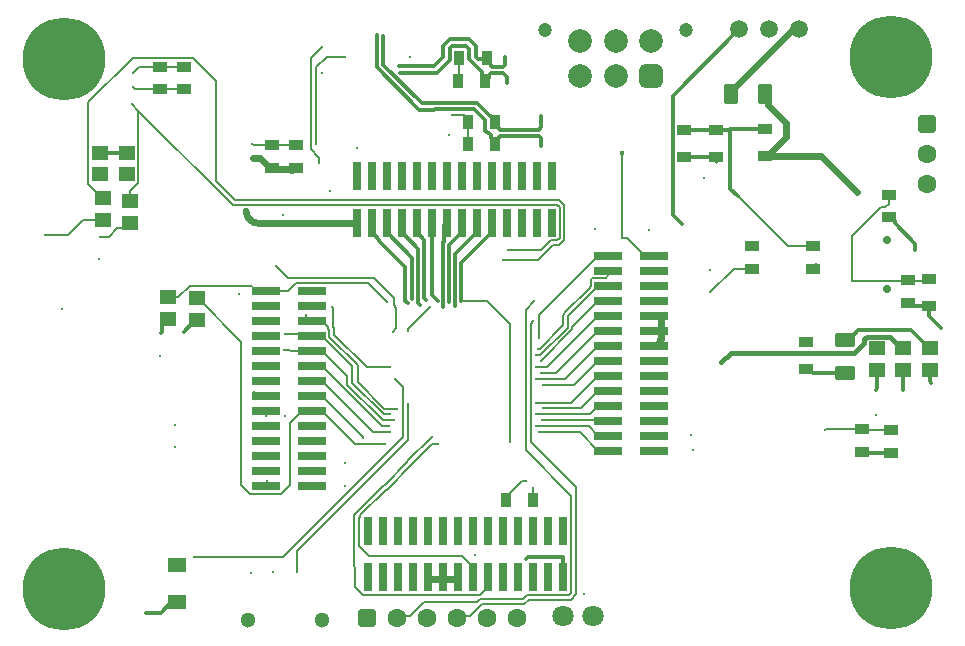
<source format=gbl>
G04*
G04 #@! TF.GenerationSoftware,Altium Limited,Altium Designer,23.11.1 (41)*
G04*
G04 Layer_Physical_Order=4*
G04 Layer_Color=16711680*
%FSLAX44Y44*%
%MOMM*%
G71*
G04*
G04 #@! TF.SameCoordinates,4CE7A35D-70A9-472E-BD1E-F3F5204FB4D5*
G04*
G04*
G04 #@! TF.FilePolarity,Positive*
G04*
G01*
G75*
%ADD13C,0.6000*%
%ADD14C,0.4000*%
%ADD15C,0.2000*%
%ADD18R,1.3000X0.9000*%
%ADD19R,0.9000X1.3000*%
%ADD23R,1.3500X1.1500*%
%ADD24C,2.0000*%
%ADD67C,1.8000*%
%ADD72C,1.5000*%
%ADD80C,0.2300*%
%ADD81C,0.3000*%
%ADD83C,1.6000*%
G04:AMPARAMS|DCode=84|XSize=1.6mm|YSize=1.6mm|CornerRadius=0.4mm|HoleSize=0mm|Usage=FLASHONLY|Rotation=0.000|XOffset=0mm|YOffset=0mm|HoleType=Round|Shape=RoundedRectangle|*
%AMROUNDEDRECTD84*
21,1,1.6000,0.8000,0,0,0.0*
21,1,0.8000,1.6000,0,0,0.0*
1,1,0.8000,0.4000,-0.4000*
1,1,0.8000,-0.4000,-0.4000*
1,1,0.8000,-0.4000,0.4000*
1,1,0.8000,0.4000,0.4000*
%
%ADD84ROUNDEDRECTD84*%
%ADD85C,7.0000*%
%ADD86C,1.2000*%
G04:AMPARAMS|DCode=87|XSize=2mm|YSize=2mm|CornerRadius=0.5mm|HoleSize=0mm|Usage=FLASHONLY|Rotation=90.000|XOffset=0mm|YOffset=0mm|HoleType=Round|Shape=RoundedRectangle|*
%AMROUNDEDRECTD87*
21,1,2.0000,1.0000,0,0,90.0*
21,1,1.0000,2.0000,0,0,90.0*
1,1,1.0000,0.5000,0.5000*
1,1,1.0000,0.5000,-0.5000*
1,1,1.0000,-0.5000,-0.5000*
1,1,1.0000,-0.5000,0.5000*
%
%ADD87ROUNDEDRECTD87*%
%ADD88C,1.3000*%
G04:AMPARAMS|DCode=89|XSize=1.6mm|YSize=1.6mm|CornerRadius=0.4mm|HoleSize=0mm|Usage=FLASHONLY|Rotation=270.000|XOffset=0mm|YOffset=0mm|HoleType=Round|Shape=RoundedRectangle|*
%AMROUNDEDRECTD89*
21,1,1.6000,0.8000,0,0,270.0*
21,1,0.8000,1.6000,0,0,270.0*
1,1,0.8000,-0.4000,-0.4000*
1,1,0.8000,-0.4000,0.4000*
1,1,0.8000,0.4000,0.4000*
1,1,0.8000,0.4000,-0.4000*
%
%ADD89ROUNDEDRECTD89*%
%ADD90C,0.7000*%
%ADD91C,0.3000*%
%ADD92C,0.4000*%
%ADD93R,2.4000X0.7500*%
G04:AMPARAMS|DCode=94|XSize=1.75mm|YSize=1.25mm|CornerRadius=0.3125mm|HoleSize=0mm|Usage=FLASHONLY|Rotation=0.000|XOffset=0mm|YOffset=0mm|HoleType=Round|Shape=RoundedRectangle|*
%AMROUNDEDRECTD94*
21,1,1.7500,0.6250,0,0,0.0*
21,1,1.1250,1.2500,0,0,0.0*
1,1,0.6250,0.5625,-0.3125*
1,1,0.6250,-0.5625,-0.3125*
1,1,0.6250,-0.5625,0.3125*
1,1,0.6250,0.5625,0.3125*
%
%ADD94ROUNDEDRECTD94*%
G04:AMPARAMS|DCode=95|XSize=1.75mm|YSize=1.25mm|CornerRadius=0.3125mm|HoleSize=0mm|Usage=FLASHONLY|Rotation=90.000|XOffset=0mm|YOffset=0mm|HoleType=Round|Shape=RoundedRectangle|*
%AMROUNDEDRECTD95*
21,1,1.7500,0.6250,0,0,90.0*
21,1,1.1250,1.2500,0,0,90.0*
1,1,0.6250,0.3125,0.5625*
1,1,0.6250,0.3125,-0.5625*
1,1,0.6250,-0.3125,-0.5625*
1,1,0.6250,-0.3125,0.5625*
%
%ADD95ROUNDEDRECTD95*%
%ADD96R,1.6000X1.2000*%
%ADD97R,0.7500X2.4000*%
D13*
X549500Y306350D02*
G03*
X555000Y311850I0J5500D01*
G01*
X358250Y110500D02*
G03*
X359750Y109000I1500J0D01*
G01*
X204000Y420000D02*
G03*
X214000Y410000I10000J0D01*
G01*
X210000Y465000D02*
X216000D01*
X224000Y457000D02*
X226000D01*
X216000Y465000D02*
X224000Y457000D01*
X226000D02*
X227500Y455500D01*
X242000Y455000D02*
X243000D01*
X241500Y455500D02*
X242000Y455000D01*
X227500Y455500D02*
X241500D01*
X555000Y311850D02*
Y332000D01*
X359750Y109000D02*
X383000D01*
X214000Y410000D02*
X298000D01*
X690500Y466500D02*
X721000Y436000D01*
X646173Y509827D02*
X661000Y495000D01*
X645000Y466500D02*
X661000Y482500D01*
Y495000D01*
X646173Y509827D02*
Y515827D01*
X643000Y519000D02*
X646173Y515827D01*
X645000Y466500D02*
X690500D01*
X643000D02*
X645000D01*
X614500Y519000D02*
Y521500D01*
X665278Y572278D01*
X670278D01*
X672000Y574000D01*
D14*
X606000Y292000D02*
X614337Y300337D01*
X718913D02*
X727250Y308674D01*
Y311657D01*
X729593Y314000D01*
X749250D01*
X759000Y304250D01*
X614337Y300337D02*
X718913D01*
X759000Y304250D02*
X760000D01*
X761000D01*
D15*
X206879Y429577D02*
G03*
X207428Y429500I549J1923D01*
G01*
X206866Y429580D02*
G03*
X201141Y429583I-2866J-9580D01*
G01*
X200572Y429500D02*
G03*
X201141Y429583I-0J2000D01*
G01*
X206092Y425624D02*
G03*
X206784Y425500I692J1876D01*
G01*
X201216D02*
G03*
X201917Y425627I0J2000D01*
G01*
X206092Y425624D02*
G03*
X201917Y425627I-2092J-5623D01*
G01*
X451227Y303063D02*
G03*
X452509Y303638I-125J1996D01*
G01*
X498500Y363900D02*
G03*
X495500Y360900I0J-3000D01*
G01*
X494917Y355474D02*
G03*
X495500Y356885I-1417J1412D01*
G01*
X508500Y363900D02*
G03*
X510500Y365900I0J2000D01*
G01*
X471553Y322682D02*
G03*
X472141Y324099I-1412J1417D01*
G01*
X473317Y333874D02*
G03*
X472141Y331041I2823J-2833D01*
G01*
X265587Y464768D02*
G03*
X265013Y465987I-1991J-193D01*
G01*
X522000Y398000D02*
Y469000D01*
X449850Y455850D02*
X450000Y456000D01*
X449850Y449500D02*
Y455850D01*
X222000Y188950D02*
Y192000D01*
X220500Y187450D02*
X222000Y188950D01*
X220500Y250950D02*
X221000Y250450D01*
Y247000D02*
Y250450D01*
X694000Y235000D02*
X694271D01*
X694770Y235499D02*
X725249D01*
X694271Y235000D02*
X694770Y235499D01*
X726249Y234500D02*
X750000D01*
X725249Y235499D02*
X726249Y234500D01*
X620000Y433000D02*
X662500Y390500D01*
X684000D01*
X449289Y238063D02*
X494337D01*
X449226Y238000D02*
X449289Y238063D01*
X494337D02*
X502250Y230150D01*
X510287Y243063D02*
X510500Y242850D01*
X454226Y243063D02*
X510287D01*
X251250Y238250D02*
X259500D01*
X251000Y238000D02*
X251250Y238250D01*
X241500Y302000D02*
X259250D01*
X236000Y303000D02*
X240500D01*
X241500Y302000D01*
X236500Y316000D02*
X257950D01*
X259250Y302000D02*
X259500Y301750D01*
X257950Y316000D02*
X259500Y314450D01*
X254734Y329900D02*
Y332600D01*
X254000Y329900D02*
X254734D01*
X617000Y371500D02*
X632000D01*
X597000Y351500D02*
X617000Y371500D01*
X525991Y397809D02*
X541250Y382550D01*
X522191Y397809D02*
X525991D01*
X522000Y398000D02*
X522191Y397809D01*
X541250Y382550D02*
X549500D01*
X209000Y477000D02*
X209271D01*
X210271Y476000D02*
X226000D01*
X209271Y477000D02*
X210271Y476000D01*
X226000D02*
X246000D01*
X295200Y135393D02*
Y162899D01*
X320719Y188419D01*
X321167D01*
X361000Y228958D02*
Y229000D01*
X344500Y206186D02*
X361314Y223000D01*
X322824Y184419D02*
X344500Y206094D01*
X322376Y184419D02*
X322824D01*
X344500Y206094D02*
Y206186D01*
X340500Y208458D02*
X361000Y228958D01*
X321167Y188419D02*
X340500Y207751D01*
X300700Y162743D02*
X322376Y184419D01*
X361314Y223000D02*
X366000D01*
X340500Y207751D02*
Y208458D01*
X254000Y329900D02*
X256750Y327150D01*
X259500D01*
X247000Y115000D02*
Y132636D01*
X206866Y429580D02*
X206879Y429577D01*
X207428Y429500D02*
X469199D01*
X194157D02*
X200572D01*
X206784Y425500D02*
X467542D01*
X192500D02*
X201216D01*
X108271Y525000D02*
X109771Y523500D01*
X108000Y525000D02*
X108271D01*
X109771Y523500D02*
X131000D01*
X107000Y511000D02*
X112750Y505250D01*
X70250Y443000D02*
Y512300D01*
X451226Y303063D02*
X451227D01*
X495500Y356885D02*
Y360900D01*
X473317Y333874D02*
X494917Y355474D01*
X473317Y333874D02*
X473317Y333874D01*
X498500Y363900D02*
X508500D01*
X471553Y322682D02*
X471553Y322682D01*
X452509Y303638D02*
X471553Y322682D01*
X472141Y324099D02*
Y331041D01*
X510500Y365900D02*
Y369850D01*
X427000Y225000D02*
Y325000D01*
X440726Y336726D02*
X448000Y344000D01*
X386000D02*
X408000D01*
X453226Y293063D02*
X453247D01*
X444726Y224950D02*
Y324456D01*
X449226Y278063D02*
X473963D01*
X452590Y298063D02*
X476141Y321613D01*
X440726Y217879D02*
Y336726D01*
X458563Y288063D02*
X502250Y331750D01*
X453247Y293063D02*
X480141Y319956D01*
X453226Y283063D02*
X466263D01*
X452000Y313000D02*
Y332300D01*
X449226Y288063D02*
X458563D01*
X449226Y298063D02*
X452590D01*
X444726Y324456D02*
X447000Y326729D01*
Y327000D01*
X131000Y523500D02*
X147000D01*
X265007Y465993D02*
X265013Y465987D01*
X258500Y472500D02*
X265007Y465993D01*
X265587Y464768D02*
X266000Y460500D01*
X112750Y505250D02*
X192500Y425500D01*
X178000Y445657D02*
X194157Y429500D01*
X469199D02*
X473300Y425399D01*
X453386Y387000D02*
X461886Y395500D01*
X426000Y387000D02*
X453386D01*
X467542Y425500D02*
X469300Y423743D01*
Y397257D02*
Y423743D01*
X473300Y395601D02*
Y425399D01*
X461886Y395500D02*
X467543D01*
X469300Y397257D01*
X178000Y445657D02*
Y530743D01*
X70250Y512300D02*
X108000Y550050D01*
X70250Y443000D02*
X82000Y431250D01*
X83000D01*
X65968Y412750D02*
X83000D01*
X52750Y399532D02*
X65968Y412750D01*
X112750Y444290D02*
Y505250D01*
X106000Y437540D02*
X112750Y444290D01*
X106000Y428782D02*
Y437540D01*
X156007Y357000D02*
X208328D01*
X716875Y361125D02*
X780625D01*
X716875Y399118D02*
X741379Y423621D01*
X748000Y426500D02*
Y434000D01*
X745121Y423621D02*
X748000Y426500D01*
X741379Y423621D02*
X745121D01*
X716875Y361125D02*
Y399118D01*
X780625Y361125D02*
X782000Y362500D01*
X341000Y226636D02*
Y257000D01*
X311100Y233000D02*
X325500D01*
X319686Y243000D02*
X329136D01*
X247000Y132636D02*
X341000Y226636D01*
X235000Y127000D02*
X336500Y228500D01*
Y271500D01*
X277191Y322408D02*
X278500Y321100D01*
X277191Y322408D02*
Y338809D01*
X274500Y313843D02*
X298318Y290025D01*
X273191Y320751D02*
X274500Y319443D01*
X267750Y327150D02*
X273191Y321709D01*
X278500Y315500D02*
Y321100D01*
X273191Y320751D02*
Y321709D01*
X306000Y288000D02*
X326000D01*
X274500Y313843D02*
Y319443D01*
X278500Y315500D02*
X306000Y288000D01*
X298318Y275682D02*
Y290025D01*
X408000Y344000D02*
X427000Y325000D01*
X341000Y320000D02*
X360000Y339000D01*
X321000Y253000D02*
X332000D01*
X330000Y278000D02*
X336500Y271500D01*
X440726Y217879D02*
X479300Y179305D01*
Y97257D02*
Y179305D01*
X469199Y391500D02*
X473300Y395601D01*
X451043Y379000D02*
X463543Y391500D01*
X469199D01*
X421000Y379000D02*
X451043D01*
X312357Y363300D02*
X329234Y346423D01*
X323184Y343057D02*
Y343109D01*
X306993Y359300D02*
X323184Y343109D01*
X239700Y363300D02*
X312357D01*
X329234Y340331D02*
Y346423D01*
X331000Y321000D02*
Y338565D01*
X328000Y318000D02*
X331000Y321000D01*
X329234Y340331D02*
X331000Y338565D01*
X158693Y550050D02*
X178000Y530743D01*
X108000Y550050D02*
X158693D01*
X452063Y233063D02*
X486637D01*
X452000Y233000D02*
X452063Y233063D01*
X486637D02*
X502250Y217450D01*
X391500Y496000D02*
Y497960D01*
X388000Y501460D02*
X391500Y497960D01*
X378000Y501460D02*
X388000D01*
X391500Y477000D02*
Y496000D01*
X384500Y531000D02*
Y550000D01*
X383500Y530000D02*
X384500Y531000D01*
X424000Y178000D02*
X437809Y191809D01*
X440809D01*
X441000Y192000D01*
X424000Y176000D02*
Y178000D01*
X447000Y176000D02*
Y186000D01*
X160000Y127000D02*
X235000D01*
X295700Y223000D02*
X321636D01*
X300700Y161700D02*
Y162743D01*
X299973Y160973D02*
X300700Y161700D01*
X299389Y159646D02*
X299423Y160423D01*
X299973Y160973D01*
X302809Y228191D02*
X303000Y228000D01*
X302809Y228191D02*
Y228591D01*
X267750Y263650D02*
X302809Y228591D01*
X267750Y250950D02*
X295700Y223000D01*
X478699Y91000D02*
X483300Y95601D01*
Y186377D01*
X444726Y224950D02*
X483300Y186377D01*
X439572Y87500D02*
X443072Y91000D01*
X478699D01*
X441915Y95500D02*
X477543D01*
X479300Y97257D01*
X437915Y91500D02*
X441915Y95500D01*
X402287Y91500D02*
X437915D01*
X402300Y95500D02*
X409050Y102250D01*
X302457Y95500D02*
X402300D01*
X383756Y77156D02*
X393600D01*
X354644Y89000D02*
X399787D01*
X402287Y91500D01*
X382600Y76000D02*
X383756Y77156D01*
X403944Y87500D02*
X439572D01*
X393600Y77156D02*
X403944Y87500D01*
X296286Y101671D02*
X302457Y95500D01*
X342800Y77156D02*
X354644Y89000D01*
X332956Y77156D02*
X342800D01*
X331800Y76000D02*
X332956Y77156D01*
X452000Y332300D02*
X502250Y382550D01*
X299200Y155318D02*
X299389Y159646D01*
X299200Y137050D02*
Y155318D01*
X263000Y542000D02*
X272000Y551000D01*
X258500Y472500D02*
Y549500D01*
X268000Y559000D01*
X263000Y477000D02*
Y542000D01*
X272000Y551000D02*
X288000D01*
X34000Y399532D02*
X52750D01*
X87993Y398532D02*
X94993Y405532D01*
X80000Y398532D02*
X87993D01*
X101250Y405532D02*
X106000Y410282D01*
X94993Y405532D02*
X101250D01*
X138000Y347250D02*
X138321Y347571D01*
X146578D01*
X156007Y357000D01*
X209500Y355300D02*
Y355828D01*
X208328Y357000D02*
X209500Y355828D01*
Y355300D02*
X212250Y352550D01*
X239507D01*
X131000Y542500D02*
X151000D01*
X113500D02*
X131000D01*
X108000Y537000D02*
X113500Y542500D01*
X200000Y187957D02*
X207257Y180700D01*
X200000Y187957D02*
Y309250D01*
X163000Y346250D02*
X200000Y309250D01*
X251250Y250950D02*
X259500D01*
X241121Y188079D02*
Y240821D01*
X233743Y180700D02*
X241121Y188079D01*
X207257Y180700D02*
X233743D01*
X241121Y240821D02*
X251250Y250950D01*
X162000Y346250D02*
X163000D01*
X295700Y102257D02*
X296286Y101671D01*
X299200Y137050D02*
X299786Y136465D01*
X295200Y135393D02*
X295700Y102257D01*
X299786Y136465D02*
X307725Y128525D01*
X386575D01*
X396350Y118750D01*
X409050Y102250D02*
Y110500D01*
X246257Y359300D02*
X306993D01*
X229000Y374000D02*
X239700Y363300D01*
X277000Y339000D02*
X277191Y338809D01*
X239507Y352550D02*
X246257Y359300D01*
X298318Y275682D02*
X321000Y253000D01*
X320343Y248000D02*
X326000D01*
X289343Y273343D02*
Y280157D01*
X293343Y275000D02*
X320343Y248000D01*
X267750Y314450D02*
X293343Y288857D01*
X267750Y301750D02*
X289343Y280157D01*
X293343Y275000D02*
Y288857D01*
X289343Y273343D02*
X319686Y243000D01*
X259500Y327150D02*
X267750D01*
X259500Y314450D02*
X267750D01*
X259500Y301750D02*
X267750D01*
X318800Y238000D02*
X325000D01*
X259500Y289050D02*
X267750D01*
X318800Y238000D01*
X267750Y276350D02*
X311100Y233000D01*
X259500Y276350D02*
X267750D01*
X259500Y263650D02*
X267750D01*
X259500Y250950D02*
X267750D01*
X502250Y217450D02*
X510500D01*
X502250Y230150D02*
X510500D01*
X502250Y255550D02*
X510500D01*
X494763Y248063D02*
X502250Y255550D01*
X449226Y248063D02*
X494763D01*
X487063Y253063D02*
X502250Y268250D01*
X455226Y253063D02*
X487063D01*
X502250Y268250D02*
X510500D01*
X479363Y258063D02*
X502250Y280950D01*
X449226Y258063D02*
X479363D01*
X502250Y280950D02*
X510500D01*
X455226Y273063D02*
X481663D01*
X502250Y293650D02*
X510500D01*
X481663Y273063D02*
X502250Y293650D01*
X473963Y278063D02*
X502250Y306350D01*
X510500D01*
X502250Y319050D02*
X510500D01*
X466263Y283063D02*
X502250Y319050D01*
Y331750D02*
X510500D01*
X502250Y344450D02*
X510500D01*
X480141Y322341D02*
X502250Y344450D01*
X480141Y319956D02*
Y322341D01*
X476141Y321613D02*
Y331041D01*
X502250Y357150D01*
X510500D01*
X502250Y382550D02*
X510500D01*
D18*
X750000Y234500D02*
D03*
Y215500D02*
D03*
X725249Y235499D02*
D03*
Y216499D02*
D03*
X226000Y457000D02*
D03*
Y476000D02*
D03*
X246000Y457000D02*
D03*
Y476000D02*
D03*
X131000Y523500D02*
D03*
Y542500D02*
D03*
X151000Y523500D02*
D03*
Y542500D02*
D03*
X748000Y434000D02*
D03*
Y415000D02*
D03*
X678000Y286500D02*
D03*
Y309500D02*
D03*
X764000Y361500D02*
D03*
Y342500D02*
D03*
X782000Y362500D02*
D03*
Y339500D02*
D03*
X684000Y371500D02*
D03*
Y390500D02*
D03*
X632000Y371500D02*
D03*
Y390500D02*
D03*
X643000Y466500D02*
D03*
Y489500D02*
D03*
X602000Y466000D02*
D03*
Y489000D02*
D03*
X575000Y466000D02*
D03*
Y489000D02*
D03*
D19*
X424000Y176000D02*
D03*
X447000D02*
D03*
X383500Y530000D02*
D03*
X406500D02*
D03*
X384500Y550000D02*
D03*
X407500D02*
D03*
X391500Y477000D02*
D03*
X414500D02*
D03*
X391500Y496000D02*
D03*
X414500D02*
D03*
D23*
X106000Y410282D02*
D03*
Y428782D02*
D03*
X103000Y451282D02*
D03*
Y469782D02*
D03*
X83000Y412750D02*
D03*
Y431250D02*
D03*
X80000Y451282D02*
D03*
Y469782D02*
D03*
X138000Y328750D02*
D03*
Y347250D02*
D03*
X162000Y327750D02*
D03*
Y346250D02*
D03*
X783000Y285750D02*
D03*
Y304250D02*
D03*
X738000D02*
D03*
Y285750D02*
D03*
X760000Y304250D02*
D03*
Y285750D02*
D03*
D24*
X547000Y564555D02*
D03*
X517000D02*
D03*
X487000D02*
D03*
X517000Y534555D02*
D03*
X487000D02*
D03*
D67*
X472300Y77000D02*
D03*
X497700D02*
D03*
D72*
X672000Y574000D02*
D03*
X621200D02*
D03*
X646600D02*
D03*
D80*
X602000Y462100D02*
Y466000D01*
D81*
X766750Y319500D02*
X782000Y304250D01*
X714033Y311250D02*
X722283Y319500D01*
X766750D01*
X711000Y311250D02*
X714033D01*
X575000Y466000D02*
X602000D01*
X442950Y127450D02*
X472550D01*
X441000Y125500D02*
X442950Y127450D01*
X472550Y110500D02*
Y127450D01*
X549000Y243000D02*
X549150Y242850D01*
X549500D01*
X683500Y283000D02*
X710000D01*
X680000Y286500D02*
X683500Y283000D01*
X678000Y286500D02*
X680000D01*
X782000Y331000D02*
Y339500D01*
Y331000D02*
X792000Y321000D01*
X767000Y339500D02*
X782000D01*
X764000Y342500D02*
X767000Y339500D01*
X753000Y410000D02*
Y412000D01*
X748000Y415000D02*
X750000D01*
X753000Y412000D01*
Y410000D02*
X770500Y392500D01*
Y387500D02*
Y392500D01*
X132750Y317750D02*
Y324500D01*
X137000Y328750D02*
X138000D01*
X132750Y324500D02*
X137000Y328750D01*
X132000Y317000D02*
X132750Y317750D01*
X151000Y318000D02*
X151250D01*
X161000Y327750D02*
X162000D01*
X151250Y318000D02*
X161000Y327750D01*
X565000Y417000D02*
X573000Y409000D01*
X565000Y417000D02*
Y517800D01*
X453250Y491027D02*
Y500500D01*
X360950Y349050D02*
X366000Y344000D01*
X371000Y339000D02*
Y393971D01*
X386000Y344000D02*
Y376500D01*
X725000Y217000D02*
X726500Y215500D01*
X143000Y91500D02*
X145000D01*
X131750Y80250D02*
X143000Y91500D01*
X338734Y344266D02*
X341000Y342000D01*
X338734Y344266D02*
Y372473D01*
X316400Y394808D02*
X338734Y372473D01*
X334071Y537230D02*
X365230D01*
X362935Y542770D02*
X370960Y550795D01*
X365230Y537230D02*
X376500Y548500D01*
X333305Y542770D02*
X362935D01*
X360950Y349050D02*
Y410500D01*
X80000Y469782D02*
X103000D01*
X320000Y556048D02*
X320020Y556068D01*
X314460Y569250D02*
X314480Y569230D01*
X320000Y544230D02*
Y556048D01*
X314460Y558342D02*
X314480Y558363D01*
Y569230D01*
X320020Y568024D02*
X320049Y568053D01*
X314460Y541935D02*
Y558342D01*
X320020Y556068D02*
Y568024D01*
X392960Y548590D02*
Y557490D01*
X403783Y532718D02*
Y537768D01*
X392744Y565540D02*
X398500Y559785D01*
X406628Y549128D02*
X407500Y550000D01*
X370960Y560244D02*
X376255Y565540D01*
X403783Y532718D02*
X406500Y530000D01*
X378550Y560000D02*
X390450D01*
X376500Y548500D02*
Y557950D01*
X370960Y550795D02*
Y560244D01*
X390450Y560000D02*
X392960Y557490D01*
X376500Y557950D02*
X378550Y560000D01*
X398500Y550885D02*
X400257Y549128D01*
X392960Y548590D02*
X403783Y537768D01*
X400257Y549128D02*
X406628D01*
X398500Y550885D02*
Y559785D01*
X376255Y565540D02*
X392744D01*
X412257Y542563D02*
X418067D01*
X415928Y536868D02*
X421493D01*
X418067Y542563D02*
X418223Y542408D01*
X320000Y544230D02*
X352547Y511683D01*
X350252Y506143D02*
X362786D01*
X415773Y537023D02*
X415928Y536868D01*
X411257Y537023D02*
X415773D01*
X361705Y512000D02*
X399285D01*
X423250Y544165D02*
Y551000D01*
X418223Y542408D02*
X421493D01*
X423250Y544165D01*
X314460Y541935D02*
X350252Y506143D01*
X352547Y511683D02*
X361388D01*
X406500Y488050D02*
Y496950D01*
X409743Y486000D02*
X411500Y484243D01*
Y482000D02*
Y484243D01*
X406500Y488050D02*
X408550Y486000D01*
X409743D01*
X364000Y506460D02*
X396990D01*
X411500Y501000D02*
X414500Y498000D01*
X410285Y501000D02*
X411500D01*
X361388Y511683D02*
X361705Y512000D01*
X399285D02*
X410285Y501000D01*
X414500Y496000D02*
Y498000D01*
X396990Y506460D02*
X406500Y496950D01*
X414500Y494000D02*
Y496000D01*
X411500Y482000D02*
X414500Y479000D01*
Y477000D02*
Y479000D01*
X419230Y489270D02*
X451493D01*
Y483730D02*
X453250Y481973D01*
X419230Y483730D02*
X451493D01*
X453250Y475000D02*
Y481973D01*
X451493Y489270D02*
X453250Y491027D01*
X414500Y479000D02*
X419230Y483730D01*
X363234Y505695D02*
X364000Y506460D01*
X414500Y494000D02*
X419230Y489270D01*
X362786Y506143D02*
X363234Y505695D01*
X425000Y529000D02*
Y533360D01*
X421493Y536868D02*
X425000Y533360D01*
X409500Y535266D02*
X411257Y537023D01*
X409500Y533000D02*
Y535266D01*
X406500Y530000D02*
X409500Y533000D01*
X410500Y544320D02*
X412257Y542563D01*
X410500Y544320D02*
Y547000D01*
X407500Y550000D02*
X410500Y547000D01*
X119000Y80250D02*
X131750D01*
X160000Y325750D02*
X162000Y327750D01*
X381000Y340000D02*
Y384200D01*
X678000Y310000D02*
X679000Y311000D01*
X678000Y309500D02*
Y310000D01*
X737000Y269000D02*
X738000Y270000D01*
Y285750D01*
X614000Y439000D02*
X620000Y433000D01*
X614000Y439000D02*
Y490000D01*
X565000Y517800D02*
X621200Y574000D01*
X614000Y490000D02*
X614500Y489500D01*
X643000D01*
X602000Y489000D02*
X613000D01*
X614000Y490000D01*
X575000Y489000D02*
X602000D01*
X760000Y269000D02*
Y285750D01*
X783000Y276000D02*
Y285750D01*
Y276000D02*
X784000Y275000D01*
X782000Y304250D02*
X783000D01*
X726500Y215500D02*
X750000D01*
X396350Y110500D02*
Y118750D01*
X310150Y402250D02*
X316400Y396000D01*
Y394808D02*
Y396000D01*
X310150Y402250D02*
Y410500D01*
X322850Y402250D02*
Y410500D01*
Y402250D02*
X344743Y380357D01*
Y346000D02*
Y380357D01*
X349743Y342257D02*
X351000Y341000D01*
X349743Y342257D02*
Y388057D01*
X335550Y402250D02*
X349743Y388057D01*
X335550Y402250D02*
Y410500D01*
X354743Y346257D02*
Y395757D01*
Y346257D02*
X356000Y345000D01*
X348250Y402250D02*
Y410500D01*
Y402250D02*
X354743Y395757D01*
X371400Y394371D02*
Y408250D01*
X373650Y410500D01*
X371000Y393971D02*
X371400Y394371D01*
X376000Y391900D02*
X386350Y402250D01*
Y410500D01*
X376000Y343000D02*
Y391900D01*
X381000Y384200D02*
X399050Y402250D01*
Y410500D01*
X386000Y376500D02*
X411750Y402250D01*
Y410500D01*
D83*
X433400Y76000D02*
D03*
X408000D02*
D03*
X357200D02*
D03*
X331800D02*
D03*
X382600D02*
D03*
X780000Y443200D02*
D03*
Y468600D02*
D03*
D84*
X306400Y76000D02*
D03*
D85*
X50000Y549000D02*
D03*
X750000Y101000D02*
D03*
Y551000D02*
D03*
X50000Y100000D02*
D03*
D86*
X457310Y573445D02*
D03*
X576690D02*
D03*
D87*
X547000Y534555D02*
D03*
D88*
X268250Y74000D02*
D03*
X205750D02*
D03*
D89*
X780000Y494000D02*
D03*
D90*
X746500Y354250D02*
D03*
Y395750D02*
D03*
X30000Y569000D02*
D03*
X22500Y549000D02*
D03*
X30000Y529000D02*
D03*
X50000Y521500D02*
D03*
X70000Y529000D02*
D03*
X77500Y549000D02*
D03*
X70000Y569000D02*
D03*
X50000Y576500D02*
D03*
X730000Y121000D02*
D03*
X722500Y101000D02*
D03*
X730000Y81000D02*
D03*
X750000Y73500D02*
D03*
X770000Y81000D02*
D03*
X777500Y101000D02*
D03*
X770000Y121000D02*
D03*
X750000Y128500D02*
D03*
Y578500D02*
D03*
X770000Y571000D02*
D03*
X777500Y551000D02*
D03*
X770000Y531000D02*
D03*
X750000Y523500D02*
D03*
X730000Y531000D02*
D03*
X722500Y551000D02*
D03*
X730000Y571000D02*
D03*
X50000Y127500D02*
D03*
X70000Y120000D02*
D03*
X77500Y100000D02*
D03*
X70000Y80000D02*
D03*
X50000Y72500D02*
D03*
X30000Y80000D02*
D03*
X22500Y100000D02*
D03*
X30000Y120000D02*
D03*
D91*
X602000Y462100D02*
D03*
X694000Y235000D02*
D03*
X449226Y238000D02*
D03*
X454226Y243063D02*
D03*
X449226Y248063D02*
D03*
X251000Y238000D02*
D03*
X214000Y275000D02*
D03*
X215000Y289000D02*
D03*
X277000Y339000D02*
D03*
X236000Y303000D02*
D03*
X236500Y316000D02*
D03*
X211000Y267000D02*
D03*
X221000Y247000D02*
D03*
X222818Y238818D02*
D03*
X144000Y220500D02*
D03*
Y239500D02*
D03*
X275000Y437000D02*
D03*
X254734Y332600D02*
D03*
X288000Y187500D02*
D03*
Y206500D02*
D03*
X549000Y243000D02*
D03*
X792000Y321000D02*
D03*
X243000Y455000D02*
D03*
X246000Y476000D02*
D03*
X209000Y477000D02*
D03*
X348000Y141000D02*
D03*
X358000Y142000D02*
D03*
X396000D02*
D03*
X383000D02*
D03*
X371000Y141000D02*
D03*
X310000Y140000D02*
D03*
X322000D02*
D03*
X335000Y141000D02*
D03*
X219000Y201000D02*
D03*
X256318Y197318D02*
D03*
X253000Y187000D02*
D03*
X264000Y223000D02*
D03*
X499000Y405000D02*
D03*
X220898Y340500D02*
D03*
X247000Y115000D02*
D03*
X597000Y351500D02*
D03*
X441000Y125500D02*
D03*
X555000Y332000D02*
D03*
X573000Y409000D02*
D03*
X592000Y448000D02*
D03*
X412000Y451000D02*
D03*
X399000D02*
D03*
X425000D02*
D03*
X204000Y420000D02*
D03*
X235000Y416500D02*
D03*
X298000Y410000D02*
D03*
X490000Y96000D02*
D03*
X448000Y154000D02*
D03*
Y344000D02*
D03*
X449226Y288063D02*
D03*
X452000Y313000D02*
D03*
X449226Y298063D02*
D03*
X451226Y303063D02*
D03*
X453226Y293063D02*
D03*
Y283063D02*
D03*
X447000Y327000D02*
D03*
X449226Y278063D02*
D03*
X455226Y273063D02*
D03*
X323000Y449000D02*
D03*
X310000D02*
D03*
X374000Y448000D02*
D03*
X298000D02*
D03*
X348000Y447000D02*
D03*
X361000D02*
D03*
X335000Y448000D02*
D03*
X108000Y525000D02*
D03*
X107000Y511000D02*
D03*
X78000Y451532D02*
D03*
X453250Y500500D02*
D03*
X102000Y451532D02*
D03*
X410000Y154000D02*
D03*
X438252Y409897D02*
D03*
X463000Y408000D02*
D03*
X522000Y398000D02*
D03*
X256000Y352000D02*
D03*
X425000Y408000D02*
D03*
X472000Y151000D02*
D03*
X423000Y154000D02*
D03*
X427000Y225000D02*
D03*
X450000Y408000D02*
D03*
X366000Y344000D02*
D03*
X371000Y339000D02*
D03*
X386000Y344000D02*
D03*
X236500Y247000D02*
D03*
X147000Y523000D02*
D03*
X266000Y460500D02*
D03*
X545000Y404000D02*
D03*
X686000Y375250D02*
D03*
X721000Y436000D02*
D03*
X198000Y350000D02*
D03*
X341000Y319000D02*
D03*
Y257000D02*
D03*
X329136Y243000D02*
D03*
X325500Y233000D02*
D03*
X332000Y253000D02*
D03*
X398000Y129000D02*
D03*
X597000Y370500D02*
D03*
X143000Y123000D02*
D03*
X426000Y387000D02*
D03*
X421000Y379000D02*
D03*
X323184Y343057D02*
D03*
X341000Y342000D02*
D03*
X108000Y550050D02*
D03*
X452000Y233000D02*
D03*
X343000Y551000D02*
D03*
X376000Y485000D02*
D03*
X378000Y501460D02*
D03*
X383500Y530000D02*
D03*
X447000Y186000D02*
D03*
X160000Y127000D02*
D03*
X321636Y223000D02*
D03*
X330000Y278000D02*
D03*
X303000Y228000D02*
D03*
X441000Y192000D02*
D03*
X462000Y152000D02*
D03*
X360000Y339000D02*
D03*
X263000Y477000D02*
D03*
X268000Y537500D02*
D03*
X297500Y474000D02*
D03*
X34000Y399532D02*
D03*
X79500Y379532D02*
D03*
X80000Y398532D02*
D03*
X48000Y337282D02*
D03*
X108000Y537000D02*
D03*
X268000Y559000D02*
D03*
X288000Y551000D02*
D03*
X314460Y569250D02*
D03*
X320049Y568053D02*
D03*
X453250Y475000D02*
D03*
X334071Y537230D02*
D03*
X333305Y542770D02*
D03*
X363234Y505695D02*
D03*
X364000Y512000D02*
D03*
X425000Y529000D02*
D03*
X423250Y551000D02*
D03*
X119000Y80250D02*
D03*
X227000Y115000D02*
D03*
X208000Y114000D02*
D03*
X132000Y317000D02*
D03*
X151000Y318000D02*
D03*
X221488Y316025D02*
D03*
X381000Y340000D02*
D03*
X581000Y230700D02*
D03*
X679000Y311000D02*
D03*
X737000Y269000D02*
D03*
X620000Y433000D02*
D03*
X760000Y269000D02*
D03*
X784000Y275000D02*
D03*
X782000Y304250D02*
D03*
X710000Y283000D02*
D03*
X737000Y247500D02*
D03*
X716875Y361125D02*
D03*
X725000Y217000D02*
D03*
X582000Y218000D02*
D03*
X606000Y292000D02*
D03*
X628000Y391000D02*
D03*
X131000Y297500D02*
D03*
X435000Y154000D02*
D03*
X219000Y214000D02*
D03*
X229000Y374000D02*
D03*
X328000Y318000D02*
D03*
X223000Y225000D02*
D03*
X326000Y288000D02*
D03*
X219000Y303000D02*
D03*
X224000Y328000D02*
D03*
X326000Y248000D02*
D03*
X325000Y238000D02*
D03*
X455226Y253063D02*
D03*
X449226Y258063D02*
D03*
X344743Y346000D02*
D03*
X356000Y345000D02*
D03*
X351000Y341000D02*
D03*
X376000Y343000D02*
D03*
X222000Y192000D02*
D03*
X361000Y229000D02*
D03*
X366000Y223000D02*
D03*
X614000Y490000D02*
D03*
X770500Y387500D02*
D03*
D92*
X522000Y469000D02*
D03*
X450000Y456000D02*
D03*
X210000Y465000D02*
D03*
X308000Y105000D02*
D03*
X333000Y116000D02*
D03*
X383000Y109000D02*
D03*
X463000Y455000D02*
D03*
X733418Y302605D02*
D03*
X545000Y218000D02*
D03*
X103000Y469782D02*
D03*
D93*
X220500Y289050D02*
D03*
Y301750D02*
D03*
X259500Y289050D02*
D03*
Y301750D02*
D03*
X220500Y314450D02*
D03*
X259500D02*
D03*
X220500Y327150D02*
D03*
X259500D02*
D03*
X220500Y339850D02*
D03*
X259500D02*
D03*
Y352550D02*
D03*
X220500D02*
D03*
X259500Y276350D02*
D03*
X220500D02*
D03*
X259500Y263650D02*
D03*
Y250950D02*
D03*
X220500Y263650D02*
D03*
Y250950D02*
D03*
X259500Y238250D02*
D03*
Y225550D02*
D03*
Y212850D02*
D03*
Y200150D02*
D03*
Y187450D02*
D03*
X220500Y238250D02*
D03*
Y225550D02*
D03*
Y212850D02*
D03*
Y200150D02*
D03*
Y187450D02*
D03*
X510500Y217450D02*
D03*
Y230150D02*
D03*
Y242850D02*
D03*
Y255550D02*
D03*
Y268250D02*
D03*
X549500Y217450D02*
D03*
Y230150D02*
D03*
Y242850D02*
D03*
Y255550D02*
D03*
Y268250D02*
D03*
X510500Y280950D02*
D03*
Y293650D02*
D03*
X549500Y280950D02*
D03*
Y293650D02*
D03*
X510500Y306350D02*
D03*
X549500D02*
D03*
X510500Y382550D02*
D03*
X549500D02*
D03*
Y369850D02*
D03*
X510500D02*
D03*
X549500Y357150D02*
D03*
X510500D02*
D03*
X549500Y344450D02*
D03*
X510500D02*
D03*
X549500Y331750D02*
D03*
Y319050D02*
D03*
X510500Y331750D02*
D03*
Y319050D02*
D03*
D94*
X711000Y282750D02*
D03*
Y311250D02*
D03*
D95*
X643000Y519000D02*
D03*
X614500D02*
D03*
D96*
X145000Y89500D02*
D03*
Y120500D02*
D03*
D97*
X472550Y110500D02*
D03*
X459850D02*
D03*
X447150D02*
D03*
X434450D02*
D03*
X421750D02*
D03*
X472550Y149500D02*
D03*
X459850D02*
D03*
X447150D02*
D03*
X434450D02*
D03*
X421750D02*
D03*
X409050Y110500D02*
D03*
X396350D02*
D03*
X409050Y149500D02*
D03*
X396350D02*
D03*
X383650Y110500D02*
D03*
Y149500D02*
D03*
X307450Y110500D02*
D03*
Y149500D02*
D03*
X320150D02*
D03*
Y110500D02*
D03*
X332850Y149500D02*
D03*
Y110500D02*
D03*
X345550Y149500D02*
D03*
Y110500D02*
D03*
X358250Y149500D02*
D03*
X370950D02*
D03*
X358250Y110500D02*
D03*
X370950D02*
D03*
X462550Y410500D02*
D03*
X449850D02*
D03*
X437150D02*
D03*
X424450D02*
D03*
X411750D02*
D03*
X462550Y449500D02*
D03*
X449850D02*
D03*
X437150D02*
D03*
X424450D02*
D03*
X411750D02*
D03*
X399050Y410500D02*
D03*
X386350D02*
D03*
X399050Y449500D02*
D03*
X386350D02*
D03*
X373650Y410500D02*
D03*
Y449500D02*
D03*
X297450Y410500D02*
D03*
Y449500D02*
D03*
X310150D02*
D03*
Y410500D02*
D03*
X322850Y449500D02*
D03*
Y410500D02*
D03*
X335550Y449500D02*
D03*
Y410500D02*
D03*
X348250Y449500D02*
D03*
X360950D02*
D03*
X348250Y410500D02*
D03*
X360950D02*
D03*
M02*

</source>
